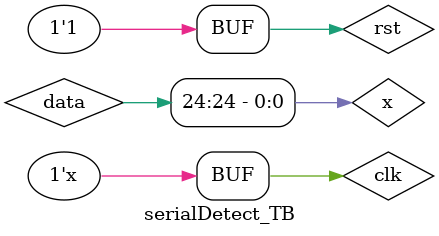
<source format=v>
module serialDetect_TB();
  reg clk, rst;
  reg [24 : 0] data;
  wire z, x;
  wire [5 : 0] outData;
 
  assign x = data[24];
 
  initial begin
    clk = 0;
    rst = 0;
    #30 rst = 1;
    data = 25'b0010_1011_0101_1100_0101_01100;
  end
  
  // left shift the serial
  always #20 clk = ~clk;
  always @ (posedge clk) #2 data = {data[23 : 0], data[24]};
    
  serialDetect U1(.x(x), 
                  .z(z), 
                  .clk(clk), 
                  .outData(outData), 
                  .rst(rst));
endmodule

</source>
